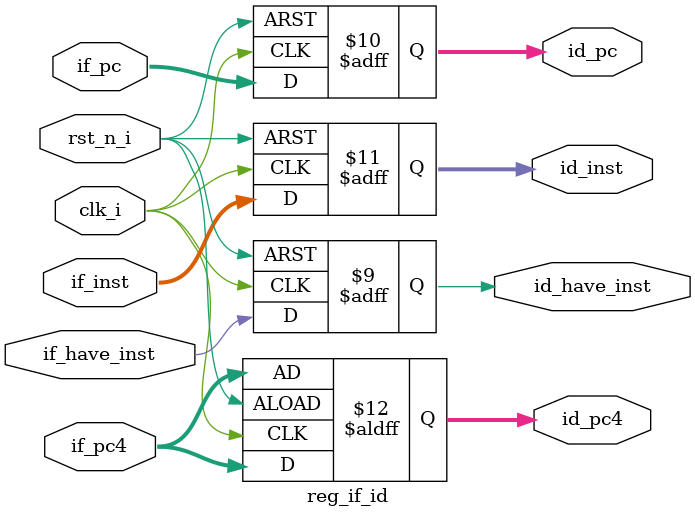
<source format=v>
`timescale 1ns / 1ps


module reg_if_id(
    input               clk_i,
    input               rst_n_i,
    input       [31:0]  if_pc4,
    input       [31:0]  if_inst,
    input       [31:0]  if_pc,
    input               if_have_inst,

    output  reg [31:0]  id_pc4,
    output  reg [31:0]  id_inst,
    output  reg [31:0]  id_pc,
    output  reg         id_have_inst
    );
    // ¿ØÖÆ id_pc4
    always @ (posedge clk_i or negedge rst_n_i) begin
        if (~rst_n_i)   id_pc4 <= if_pc4;
        else            id_pc4 <= if_pc4;
    end
    
    // ¿ØÖÆ id_inst
    always @ (posedge clk_i or negedge rst_n_i) begin
        if (~rst_n_i)   id_inst <= 32'h0;
        else            id_inst <= if_inst;
    end
    
    // ¿ØÖÆ id_pc
    always @ (posedge clk_i or negedge rst_n_i) begin
        if (~rst_n_i)   id_pc <= 32'h0;
        else            id_pc <= if_pc;
    end

    // id_have_inst
    always @ (posedge clk_i or negedge rst_n_i) begin
        if (~rst_n_i)   id_have_inst <= 1'b0;
        else            id_have_inst <= if_have_inst;
    end
endmodule

</source>
